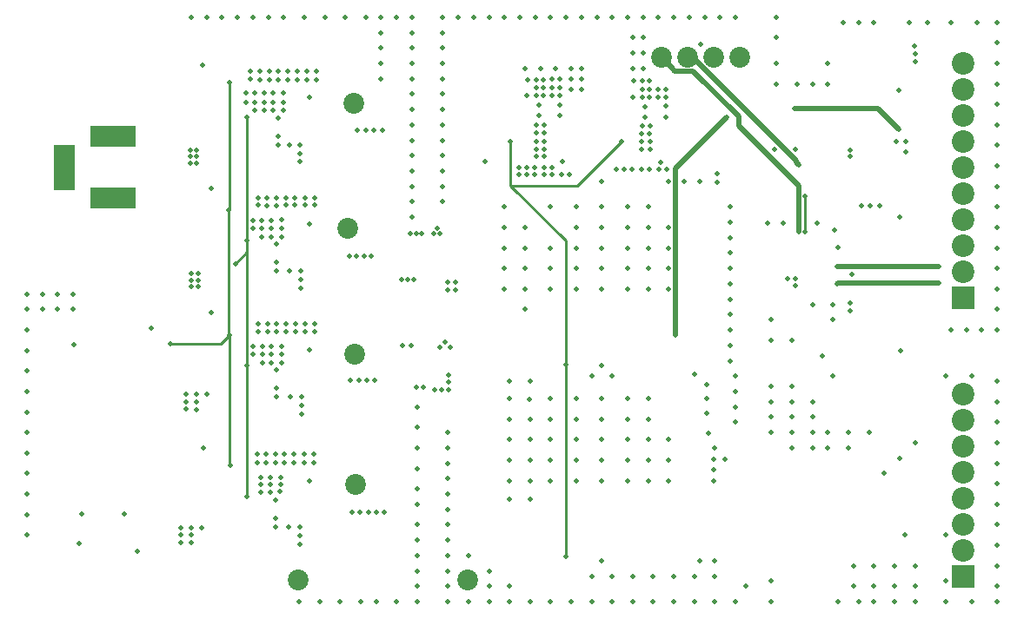
<source format=gbr>
G04 #@! TF.GenerationSoftware,KiCad,Pcbnew,5.1.5-52549c5~84~ubuntu18.04.1*
G04 #@! TF.CreationDate,2019-12-02T09:37:23+01:00*
G04 #@! TF.ProjectId,power_control_ipe_v1,706f7765-725f-4636-9f6e-74726f6c5f69,rev?*
G04 #@! TF.SameCoordinates,Original*
G04 #@! TF.FileFunction,Copper,L3,Inr*
G04 #@! TF.FilePolarity,Positive*
%FSLAX46Y46*%
G04 Gerber Fmt 4.6, Leading zero omitted, Abs format (unit mm)*
G04 Created by KiCad (PCBNEW 5.1.5-52549c5~84~ubuntu18.04.1) date 2019-12-02 09:37:23*
%MOMM*%
%LPD*%
G04 APERTURE LIST*
%ADD10C,2.020000*%
%ADD11C,2.200000*%
%ADD12R,2.200000X2.200000*%
%ADD13R,4.500000X2.000000*%
%ADD14R,2.000000X4.500000*%
%ADD15C,0.500000*%
%ADD16C,0.508000*%
%ADD17C,0.250000*%
G04 APERTURE END LIST*
D10*
X190524200Y-149769600D03*
X189799200Y-124744600D03*
X190399200Y-112594600D03*
X190474200Y-136994600D03*
X184974200Y-159044600D03*
X201424200Y-159069600D03*
D11*
X249694200Y-140889600D03*
X249694200Y-143429600D03*
X249694200Y-145969600D03*
X249694200Y-148509600D03*
X249694200Y-151049600D03*
X249694200Y-153589600D03*
X249694200Y-156129600D03*
D12*
X249694200Y-158669600D03*
D11*
X249684200Y-108659600D03*
X249684200Y-111199600D03*
X249684200Y-113739600D03*
X249684200Y-116279600D03*
X249684200Y-118819600D03*
X249684200Y-121359600D03*
X249684200Y-123899600D03*
X249684200Y-126439600D03*
X249684200Y-128979600D03*
D12*
X249684200Y-131519600D03*
D10*
X220294200Y-108119600D03*
X222834200Y-108119600D03*
X225374200Y-108119600D03*
X227914200Y-108119600D03*
D13*
X166878000Y-115795800D03*
X166878000Y-121795800D03*
D14*
X162178000Y-118795800D03*
D15*
X170599200Y-134525000D03*
X175024200Y-117169600D03*
X175024200Y-117769600D03*
X175024200Y-118369600D03*
X174424200Y-117169600D03*
X174424200Y-117769600D03*
X174424200Y-118369600D03*
X174494200Y-129199600D03*
X175194200Y-129199600D03*
X174494200Y-129799600D03*
X175194200Y-129799600D03*
X174494200Y-130399600D03*
X175194200Y-130399600D03*
X168024200Y-152649600D03*
X173524200Y-153939600D03*
X174524200Y-153939600D03*
X174524200Y-154669600D03*
X173524200Y-154669600D03*
X173524200Y-155419600D03*
X174524200Y-155419600D03*
X175524200Y-153939600D03*
X175024200Y-141669600D03*
X175014200Y-142439600D03*
X174014200Y-142389600D03*
X174024200Y-141669600D03*
X174024200Y-140949600D03*
X175044200Y-140959600D03*
X176044200Y-140939600D03*
X181024200Y-122499600D03*
X184124200Y-128869600D03*
X182824200Y-128069600D03*
X182824200Y-122519600D03*
X180524200Y-123979600D03*
X181924200Y-121769600D03*
X185224200Y-130569600D03*
X185624200Y-122509600D03*
X186524200Y-122509600D03*
X181024200Y-121769600D03*
X186524200Y-121769600D03*
X181424200Y-124769600D03*
X185624200Y-121769600D03*
X184624200Y-122509600D03*
X182824200Y-126269600D03*
X181424200Y-123979600D03*
X183324200Y-124769600D03*
X180524200Y-124769600D03*
X183324200Y-123949600D03*
X182324200Y-125569600D03*
X182824200Y-121769600D03*
X184624200Y-121769600D03*
X182324200Y-123979600D03*
X183724200Y-122509600D03*
X185224200Y-129769600D03*
X181914200Y-122519600D03*
X183724200Y-121769600D03*
X182324200Y-124769600D03*
X181424200Y-125569600D03*
X183324200Y-125569600D03*
X182824200Y-128869600D03*
X185204200Y-128889600D03*
X183754200Y-134849600D03*
X181954200Y-134849600D03*
X181054200Y-134849600D03*
X182344200Y-137869600D03*
X185244200Y-142869600D03*
X186554200Y-134849600D03*
X181944200Y-134069600D03*
X185244200Y-142069600D03*
X182844200Y-134069600D03*
X183744200Y-134069600D03*
X182844200Y-140369600D03*
X182844200Y-141169600D03*
X186544200Y-134069600D03*
X182854200Y-134849600D03*
X183344200Y-137869600D03*
X184654200Y-134849600D03*
X182844200Y-138569600D03*
X181444200Y-137869600D03*
X184144200Y-141169600D03*
X185244200Y-141159600D03*
X181044200Y-134069600D03*
X183344200Y-137069600D03*
X185644200Y-134069600D03*
X185654200Y-134849600D03*
X184644200Y-134069600D03*
X183624200Y-147649600D03*
X181824200Y-147659600D03*
X180924200Y-147659600D03*
X182224200Y-150469600D03*
X185124200Y-155549600D03*
X186424200Y-147649600D03*
X181824200Y-146749600D03*
X185124200Y-154749600D03*
X183224200Y-149079600D03*
X182724200Y-146749600D03*
X183624200Y-146749600D03*
X182724200Y-153049600D03*
X182724200Y-153849600D03*
X186424200Y-146749600D03*
X182724200Y-147659600D03*
X183194200Y-150449600D03*
X184524200Y-147649600D03*
X182724200Y-151249600D03*
X181324200Y-150469600D03*
X184024200Y-153849600D03*
X185124200Y-153849600D03*
X180924200Y-146749600D03*
X183224200Y-149749600D03*
X185524200Y-146749600D03*
X185524200Y-147649600D03*
X184524200Y-146749600D03*
X181334200Y-149089600D03*
X182224200Y-149749600D03*
X181324200Y-149749600D03*
X182214200Y-149089600D03*
X181444200Y-136289600D03*
X180544200Y-136289600D03*
X182344200Y-137069600D03*
X180544200Y-137069600D03*
X181444200Y-137069600D03*
X182344200Y-136289600D03*
X180724200Y-111569600D03*
X181624200Y-111569600D03*
X182524200Y-111569600D03*
X180724200Y-112469600D03*
X181624200Y-112469600D03*
X182524200Y-112469600D03*
X163060000Y-136110000D03*
X195644200Y-129769600D03*
X196224200Y-129769600D03*
X196424200Y-125269600D03*
X195124200Y-136169600D03*
X195924200Y-136169600D03*
X195824200Y-125269600D03*
X197124200Y-140269600D03*
X196424200Y-140269600D03*
X180324200Y-109469600D03*
X181224200Y-109469600D03*
X182124200Y-109469600D03*
X183024200Y-109469600D03*
X183924200Y-109469600D03*
X184824200Y-109469600D03*
X185824200Y-109469600D03*
X186724200Y-109469600D03*
X183524200Y-112469600D03*
X183524200Y-113269600D03*
X182524200Y-113269600D03*
X181624200Y-113269600D03*
X180724200Y-113269600D03*
X180314200Y-110179600D03*
X181224200Y-110289600D03*
X182124200Y-110299600D03*
X183014200Y-110299600D03*
X183524200Y-111559600D03*
X183924200Y-110269600D03*
X184824200Y-110269600D03*
X185824200Y-110269600D03*
X186724200Y-110269600D03*
X183024200Y-113969600D03*
X183024200Y-115769600D03*
X183024200Y-116669600D03*
X184124200Y-116669600D03*
X185124200Y-116659600D03*
X185124200Y-117469600D03*
X185124200Y-118269600D03*
X183344200Y-136249600D03*
X179824200Y-112469600D03*
X179824200Y-111569600D03*
X195054200Y-129769600D03*
X196994200Y-125269600D03*
X158524200Y-154669600D03*
X158524200Y-152669600D03*
X158524200Y-150669600D03*
X158524200Y-148669600D03*
X158524200Y-146669600D03*
X158524200Y-144669600D03*
X158524200Y-142669600D03*
X158524200Y-140669600D03*
X158524200Y-138669600D03*
X158524200Y-136669600D03*
X158524200Y-134669600D03*
X158524200Y-131169600D03*
X158524200Y-132669600D03*
X160024200Y-131169600D03*
X161524200Y-131169600D03*
X161524200Y-132669600D03*
X160024200Y-132669600D03*
X163024200Y-131169600D03*
X163024200Y-132669600D03*
X174524200Y-104169600D03*
X176024200Y-104169600D03*
X177524200Y-104169600D03*
X179024200Y-104169600D03*
X180524200Y-104169600D03*
X182024200Y-104169600D03*
X183524200Y-104169600D03*
X185524200Y-104169600D03*
X187524200Y-104169600D03*
X189524200Y-104169600D03*
X191524200Y-104169600D03*
X193024200Y-104169600D03*
X194524200Y-104169600D03*
X196024200Y-104169600D03*
X196024200Y-105669600D03*
X196024200Y-107169600D03*
X196024200Y-108669600D03*
X196024200Y-110169600D03*
X196024200Y-111669600D03*
X193024200Y-105669600D03*
X193024200Y-107169600D03*
X193024200Y-108669600D03*
X193024200Y-110169600D03*
X196024200Y-113169600D03*
X196024200Y-114669600D03*
X196024200Y-116169600D03*
X196024200Y-117669600D03*
X196024200Y-119169600D03*
X196024200Y-120669600D03*
X196024200Y-122169600D03*
X196024200Y-123669600D03*
X196524200Y-161169600D03*
X194524200Y-161169600D03*
X192524200Y-161169600D03*
X191024200Y-161169600D03*
X189024200Y-161169600D03*
X187024200Y-161169600D03*
X185024200Y-161169600D03*
X196524200Y-159669600D03*
X196524200Y-158169600D03*
X196524200Y-156669600D03*
X196524200Y-155169600D03*
X196524200Y-153669600D03*
X196524200Y-151669600D03*
X196524200Y-150169600D03*
X196524200Y-148169600D03*
X196524200Y-146169600D03*
X196524200Y-144169600D03*
X196524200Y-142169600D03*
X219024200Y-147369600D03*
X217024200Y-147369600D03*
X221024200Y-145369600D03*
X217024200Y-141369600D03*
X209524200Y-145369600D03*
X217024200Y-149369600D03*
X219024200Y-141369600D03*
X207532200Y-149369600D03*
X205532200Y-141369600D03*
X214524200Y-145369600D03*
X207532200Y-143369600D03*
X221024200Y-149369600D03*
X219024200Y-149369600D03*
X207532200Y-145369600D03*
X209524200Y-141369600D03*
X212024200Y-149369600D03*
X205532200Y-143369600D03*
X212024200Y-143369600D03*
X214524200Y-141369600D03*
X214524200Y-149369600D03*
X214524200Y-147369600D03*
X214524200Y-143369600D03*
X219024200Y-143369600D03*
X212024200Y-141369600D03*
X219024200Y-145369600D03*
X209524200Y-147369600D03*
X209524200Y-149369600D03*
X221024200Y-147369600D03*
X205532200Y-147369600D03*
X212024200Y-147369600D03*
X217024200Y-143369600D03*
X205532200Y-149369600D03*
X207532200Y-147369600D03*
X220074200Y-118969600D03*
X217474200Y-118969600D03*
X216724200Y-118969600D03*
X220824200Y-118969600D03*
X219174200Y-118969600D03*
X215924200Y-118969600D03*
X218374200Y-118969600D03*
X209524200Y-143369600D03*
X220749200Y-113894600D03*
X219149200Y-111194600D03*
X217599200Y-110394600D03*
X218449200Y-111194600D03*
X218749200Y-113894600D03*
X219999200Y-111194600D03*
X219149200Y-111944600D03*
X219199200Y-114794600D03*
X218449200Y-114794600D03*
X219999200Y-111944600D03*
X217549200Y-111944600D03*
X220749200Y-112844600D03*
X218449200Y-110394600D03*
X218449200Y-111944600D03*
X220749200Y-111194600D03*
X218749200Y-112894600D03*
X219149200Y-110394600D03*
X220749200Y-111944600D03*
X208099200Y-116319600D03*
X219199200Y-117069600D03*
X218399200Y-117069600D03*
X218399200Y-116294600D03*
X218424200Y-115569600D03*
X219174200Y-115544600D03*
X205532200Y-145369600D03*
X212024200Y-145369600D03*
X217024200Y-145369600D03*
X219024200Y-122669600D03*
X217024200Y-122669600D03*
X214524200Y-122669600D03*
X212024200Y-122669600D03*
X209524200Y-122669600D03*
X212024200Y-124669600D03*
X214524200Y-124669600D03*
X217024200Y-124669600D03*
X219024200Y-124669600D03*
X219024200Y-126669600D03*
X217024200Y-126669600D03*
X214524200Y-126669600D03*
X212024200Y-126669600D03*
X209524200Y-126669600D03*
X219024200Y-128669600D03*
X217024200Y-128669600D03*
X214524200Y-128669600D03*
X212024200Y-128669600D03*
X209524200Y-128669600D03*
X219024200Y-130669600D03*
X217024200Y-130669600D03*
X214524200Y-130669600D03*
X212024200Y-130669600D03*
X209524200Y-130669600D03*
X240664200Y-122569600D03*
X208864200Y-117029600D03*
X208874200Y-115469600D03*
X208124200Y-115469600D03*
X198224200Y-140469600D03*
X198924200Y-140469600D03*
X199624200Y-140469600D03*
X199624200Y-139769600D03*
X199624200Y-139069600D03*
X199224200Y-135869600D03*
X199774200Y-136319600D03*
X199524200Y-130769600D03*
X199524200Y-129969600D03*
X200224200Y-129969600D03*
X200224200Y-130769600D03*
X208124200Y-114669600D03*
X208424200Y-113769600D03*
X208874200Y-114669600D03*
X210424200Y-113769600D03*
X208424200Y-112769600D03*
X210424200Y-112719600D03*
X207224200Y-111819600D03*
X208124200Y-111819600D03*
X208824200Y-111819600D03*
X209674200Y-111819600D03*
X210424200Y-111819600D03*
X208874200Y-117759600D03*
X208099200Y-117769600D03*
X208874200Y-118819600D03*
X207974200Y-118819600D03*
X209674200Y-118819600D03*
X207224200Y-118819600D03*
X206424200Y-118819600D03*
X206424200Y-119469600D03*
X207224200Y-119469600D03*
X207974200Y-119469600D03*
X208874200Y-119469600D03*
X209674200Y-119469600D03*
X210574200Y-119469600D03*
X211324200Y-119469600D03*
X208124200Y-111069600D03*
X208124200Y-110269600D03*
X209674200Y-111069600D03*
X208824200Y-111069600D03*
X210424200Y-111069600D03*
X207274200Y-110269600D03*
X208824200Y-110269600D03*
X209674200Y-110219600D03*
X210424200Y-110219600D03*
X198174200Y-125269600D03*
X198774200Y-125269600D03*
X198474200Y-124719600D03*
X198774200Y-136319600D03*
X238674200Y-132069600D03*
X238674200Y-132769600D03*
X238724200Y-117769600D03*
X238724200Y-117119600D03*
X243224200Y-116319600D03*
X244124200Y-117269600D03*
X244124200Y-116319600D03*
X246224200Y-104679600D03*
X244424200Y-104669600D03*
X232634200Y-129699600D03*
X233374200Y-129689600D03*
X233364200Y-130329600D03*
X241554200Y-122569600D03*
X239844200Y-122569600D03*
X244994200Y-106939600D03*
X245014200Y-107759600D03*
X245034200Y-108499600D03*
X231024200Y-135669600D03*
X233024200Y-135669600D03*
X231024200Y-133669600D03*
X236024200Y-137169600D03*
X237024200Y-139169600D03*
X235024200Y-132169600D03*
X237024200Y-132169600D03*
X237024200Y-133669600D03*
X248524200Y-134669600D03*
X250024200Y-134669600D03*
X251524200Y-134669600D03*
X253024200Y-134669600D03*
X253024200Y-132669600D03*
X253024200Y-130669600D03*
X253024200Y-128669600D03*
X253024200Y-126669600D03*
X253024200Y-124669600D03*
X253024200Y-122669600D03*
X253024200Y-120669600D03*
X253024200Y-118669600D03*
X253024200Y-116669600D03*
X253024200Y-114669600D03*
X253024200Y-112669600D03*
X253024200Y-110669600D03*
X253024200Y-108669600D03*
X253024200Y-106669600D03*
X253024200Y-104669600D03*
X251024200Y-104669600D03*
X248524200Y-104669600D03*
X233524200Y-110669600D03*
X231524200Y-110669600D03*
X231524200Y-108669600D03*
X207024200Y-132669600D03*
X207024200Y-130669600D03*
X207024200Y-128669600D03*
X207024200Y-126669600D03*
X207024200Y-124669600D03*
X205024200Y-124669600D03*
X205024200Y-126669600D03*
X205024200Y-128669600D03*
X205024200Y-130669600D03*
X221024200Y-130669600D03*
X221024200Y-128669600D03*
X221024200Y-126669600D03*
X205024200Y-122669600D03*
X214524200Y-120169600D03*
X208872100Y-116321700D03*
X231344200Y-117059600D03*
X233404200Y-117049600D03*
X230684200Y-124239600D03*
X232164200Y-124239600D03*
X235524200Y-124269600D03*
X237204200Y-124889600D03*
X237494200Y-126639600D03*
X238874200Y-129239600D03*
X225434200Y-147249600D03*
X225404200Y-149379600D03*
X226484200Y-147239600D03*
X225384200Y-148259600D03*
X208100050Y-117045450D03*
X219187600Y-116306200D03*
X221024200Y-120169600D03*
X222524200Y-120169600D03*
X224024200Y-120169600D03*
X199024200Y-110169600D03*
X199024200Y-108669600D03*
X199024200Y-107169600D03*
X199024200Y-105669600D03*
X199024200Y-104169600D03*
X200524200Y-104169600D03*
X202024200Y-104169600D03*
X203524200Y-104169600D03*
X205024200Y-104169600D03*
X206524200Y-104169600D03*
X208024200Y-104169600D03*
X209524200Y-104169600D03*
X211024200Y-104169600D03*
X212524200Y-104169600D03*
X214024200Y-104169600D03*
X215524200Y-104169600D03*
X217024200Y-104169600D03*
X218524200Y-104169600D03*
X220024200Y-104169600D03*
X221524200Y-104169600D03*
X223024200Y-104169600D03*
X224524200Y-104169600D03*
X226024200Y-104169600D03*
X227524200Y-104169600D03*
X199524200Y-161169600D03*
X201524200Y-161169600D03*
X203524200Y-161169600D03*
X205524200Y-161169600D03*
X207524200Y-161169600D03*
X209524200Y-161169600D03*
X211524200Y-161169600D03*
X213524200Y-161169600D03*
X215524200Y-161169600D03*
X217524200Y-161169600D03*
X219524200Y-161169600D03*
X221524200Y-161169600D03*
X223524200Y-161169600D03*
X225524200Y-161169600D03*
X227524200Y-161169600D03*
X228524200Y-159669600D03*
X227024200Y-122669600D03*
X227024200Y-124169600D03*
X227024200Y-125669600D03*
X227024200Y-127169600D03*
X227024200Y-128669600D03*
X227024200Y-130169600D03*
X227024200Y-131669600D03*
X227024200Y-133169600D03*
X227024200Y-134669600D03*
X227024200Y-136169600D03*
X227024200Y-137669600D03*
X227524200Y-139169600D03*
X227524200Y-140669600D03*
X227524200Y-142169600D03*
X227524200Y-143669600D03*
X199024200Y-111669600D03*
X199024200Y-113169600D03*
X199024200Y-114669600D03*
X199024200Y-116169600D03*
X199024200Y-117669600D03*
X199024200Y-119169600D03*
X199024200Y-120669600D03*
X199024200Y-122169600D03*
X199524200Y-159669600D03*
X199524200Y-158169600D03*
X199524200Y-156669600D03*
X199524200Y-155169600D03*
X199524200Y-153669600D03*
X199524200Y-152169600D03*
X199524200Y-150669600D03*
X199524200Y-149169600D03*
X199524200Y-147669600D03*
X199524200Y-146169600D03*
X199524200Y-144669600D03*
X201524200Y-156669600D03*
X203524200Y-159669600D03*
X203524200Y-158169600D03*
X205524200Y-159669600D03*
X213524200Y-158669600D03*
X215524200Y-158669600D03*
X214524200Y-157169600D03*
X217524200Y-158669600D03*
X219524200Y-158669600D03*
X221524200Y-158669600D03*
X223524200Y-158669600D03*
X225524200Y-158669600D03*
X225524200Y-157169600D03*
X224024200Y-157169600D03*
X207532200Y-151169600D03*
X205532200Y-151169600D03*
X205532200Y-139669600D03*
X207532200Y-139669600D03*
X213524200Y-139169600D03*
X215524200Y-139169600D03*
X214524200Y-138169600D03*
X221024200Y-124669600D03*
X241024200Y-104669600D03*
X239524200Y-104669600D03*
X238024200Y-104669600D03*
X235024200Y-110669600D03*
X236524200Y-110669600D03*
X236524200Y-108669600D03*
X231524200Y-104169600D03*
X231524200Y-106169600D03*
X211524200Y-110169600D03*
X212524200Y-110169600D03*
X211524200Y-111169600D03*
X212524200Y-111169600D03*
X212524200Y-109169600D03*
X211524200Y-109169600D03*
X210024200Y-109169600D03*
X208524200Y-109169600D03*
X207024200Y-109169600D03*
X217524200Y-109169600D03*
X217524200Y-107669600D03*
X217524200Y-106169600D03*
X218524200Y-106169600D03*
X218524200Y-107669600D03*
X218524200Y-109169600D03*
X225524200Y-146169600D03*
X224924200Y-144769600D03*
X224724200Y-142769600D03*
X224724200Y-141369600D03*
X224724200Y-139969600D03*
X223524200Y-138969600D03*
X224174200Y-106789600D03*
X207502200Y-141439600D03*
X231024200Y-140169600D03*
X233024200Y-140169600D03*
X231024200Y-141669600D03*
X233024200Y-141669600D03*
X231024200Y-143169600D03*
X233024200Y-143169600D03*
X235024200Y-143169600D03*
X235024200Y-141669600D03*
X248024200Y-154669600D03*
X248024200Y-159169600D03*
X244024200Y-154669600D03*
X231024200Y-144669600D03*
X233024200Y-144669600D03*
X235024200Y-144669600D03*
X231024200Y-161169600D03*
X231024200Y-159169600D03*
X241024200Y-159669600D03*
X243024200Y-159669600D03*
X245024200Y-159669600D03*
X245024200Y-157669600D03*
X243024200Y-157669600D03*
X241024200Y-157669600D03*
X239024200Y-157669600D03*
X253024200Y-159669600D03*
X253024200Y-157669600D03*
X253024200Y-155669600D03*
X253024200Y-153669600D03*
X253024200Y-151669600D03*
X253024200Y-149669600D03*
X253024200Y-147669600D03*
X253024200Y-145669600D03*
X253024200Y-143669600D03*
X253024200Y-141669600D03*
X253024200Y-139669600D03*
X250524200Y-139169600D03*
X248024200Y-139169600D03*
X235024200Y-146169600D03*
X233024200Y-146169600D03*
X236524200Y-146169600D03*
X238524200Y-146169600D03*
X238524200Y-144669600D03*
X236524200Y-144669600D03*
X240524200Y-144669600D03*
X242024200Y-148669600D03*
X243524200Y-147169600D03*
X245024200Y-145669600D03*
X239524200Y-161169600D03*
X241024200Y-161169600D03*
X243024200Y-161169600D03*
X245024200Y-161169600D03*
X237524200Y-161169600D03*
X239024200Y-159669600D03*
X248024200Y-161169600D03*
X250524200Y-161169600D03*
X253024200Y-161169600D03*
X221674200Y-135169600D03*
X226654200Y-113919600D03*
X237424200Y-128519600D03*
X247324200Y-128519600D03*
X237424200Y-130169600D03*
X247334200Y-130099600D03*
X210684200Y-118269600D03*
X203144200Y-118279600D03*
X220254200Y-118309600D03*
X205614200Y-116329600D03*
X216404200Y-116309600D03*
X210984200Y-156769600D03*
X210984200Y-138019600D03*
X163884200Y-152639600D03*
X163634200Y-155459600D03*
X233254200Y-113099600D03*
X243464200Y-115109600D03*
X233674200Y-118569600D03*
X233674200Y-125119600D03*
X179974200Y-113894600D03*
X179974200Y-125969600D03*
X179974200Y-150944600D03*
X178844200Y-128189600D03*
X179974200Y-138144600D03*
X189894200Y-127459600D03*
X190634200Y-127469600D03*
X191384200Y-127459600D03*
X192084200Y-127469600D03*
X176434200Y-120869600D03*
X186025000Y-124347000D03*
X193324200Y-152469600D03*
X192574200Y-152469600D03*
X191774200Y-152469600D03*
X190974200Y-152469600D03*
X190224200Y-152469600D03*
X175668800Y-146155000D03*
X186075800Y-149358000D03*
X169234200Y-156229600D03*
X178250000Y-110500000D03*
X178200000Y-122981400D03*
X178333200Y-147910000D03*
X178240000Y-135210000D03*
X172524200Y-136039600D03*
X225724200Y-120269600D03*
X225724200Y-119419600D03*
X234324200Y-125119600D03*
X234324200Y-121614600D03*
X243574200Y-136669600D03*
X243464200Y-111329600D03*
X243494200Y-123669600D03*
X191624200Y-139569600D03*
X192424200Y-139569600D03*
X190824200Y-139569600D03*
X190024200Y-139569600D03*
X176484200Y-132989600D03*
X186075800Y-136589800D03*
X193124200Y-115169600D03*
X192324200Y-115169600D03*
X191524200Y-115169600D03*
X190724200Y-115169600D03*
X175589600Y-108815000D03*
X186075800Y-112002600D03*
D16*
X221674200Y-135169600D02*
X221674200Y-118899600D01*
X221674200Y-118899600D02*
X226654200Y-113919600D01*
D17*
X247324200Y-128519600D02*
X247324200Y-128519600D01*
D16*
X237424200Y-128519600D02*
X247324200Y-128519600D01*
D17*
X247334200Y-130099600D02*
X247334200Y-130099600D01*
D16*
X237494200Y-130099600D02*
X237424200Y-130169600D01*
X247334200Y-130099600D02*
X237494200Y-130099600D01*
D17*
X205634200Y-116309600D02*
X205614200Y-116329600D01*
X210984200Y-125979600D02*
X210984200Y-138019600D01*
X205614200Y-120609600D02*
X210984200Y-125979600D01*
X210984200Y-138019600D02*
X210984200Y-156769600D01*
X216404200Y-116309600D02*
X212144200Y-120569600D01*
X212144200Y-120569600D02*
X209854200Y-120569600D01*
X205614200Y-116329600D02*
X205624200Y-120569600D01*
X209854200Y-120569600D02*
X205624200Y-120569600D01*
X205624200Y-120569600D02*
X205614200Y-120609600D01*
D16*
X241454200Y-113099600D02*
X243464200Y-115109600D01*
X233254200Y-113099600D02*
X241454200Y-113099600D01*
D17*
X223224200Y-108119600D02*
X222834200Y-108119600D01*
D16*
X223385078Y-108119600D02*
X222834200Y-108119600D01*
X233424201Y-118158723D02*
X223385078Y-108119600D01*
X233424201Y-118319601D02*
X233424201Y-118158723D01*
X233674200Y-118569600D02*
X233424201Y-118319601D01*
X227824200Y-114745154D02*
X227824200Y-113869600D01*
X233674200Y-120595154D02*
X227824200Y-114745154D01*
X227824200Y-113869600D02*
X223418201Y-109463601D01*
X221638201Y-109463601D02*
X221304199Y-109129599D01*
X221304199Y-109129599D02*
X220294200Y-108119600D01*
X233674200Y-125119600D02*
X233674200Y-120595154D01*
X223418201Y-109463601D02*
X221638201Y-109463601D01*
D17*
X179974200Y-125969600D02*
X179974200Y-113894600D01*
X179974200Y-125969600D02*
X179974200Y-138144600D01*
X179974200Y-138144600D02*
X179974200Y-150944600D01*
X179974200Y-125969600D02*
X179974200Y-127059600D01*
X179974200Y-127059600D02*
X178844200Y-128189600D01*
X178250000Y-122931400D02*
X178200000Y-122981400D01*
X178250000Y-110500000D02*
X178250000Y-122931400D01*
X178200000Y-135170000D02*
X178240000Y-135210000D01*
X178200000Y-122981400D02*
X178200000Y-135170000D01*
X178240000Y-147816800D02*
X178333200Y-147910000D01*
X178240000Y-135210000D02*
X178240000Y-147816800D01*
X178240000Y-135210000D02*
X177424200Y-136025800D01*
X177424200Y-136025800D02*
X172538000Y-136025800D01*
X172538000Y-136025800D02*
X172524200Y-136039600D01*
X234324200Y-125119600D02*
X234324200Y-121614600D01*
M02*

</source>
